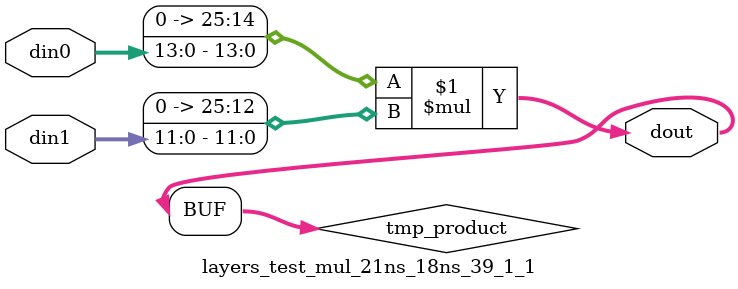
<source format=v>

`timescale 1 ns / 1 ps

 module layers_test_mul_21ns_18ns_39_1_1(din0, din1, dout);
parameter ID = 1;
parameter NUM_STAGE = 0;
parameter din0_WIDTH = 14;
parameter din1_WIDTH = 12;
parameter dout_WIDTH = 26;

input [din0_WIDTH - 1 : 0] din0; 
input [din1_WIDTH - 1 : 0] din1; 
output [dout_WIDTH - 1 : 0] dout;

wire signed [dout_WIDTH - 1 : 0] tmp_product;
























assign tmp_product = $signed({1'b0, din0}) * $signed({1'b0, din1});











assign dout = tmp_product;





















endmodule

</source>
